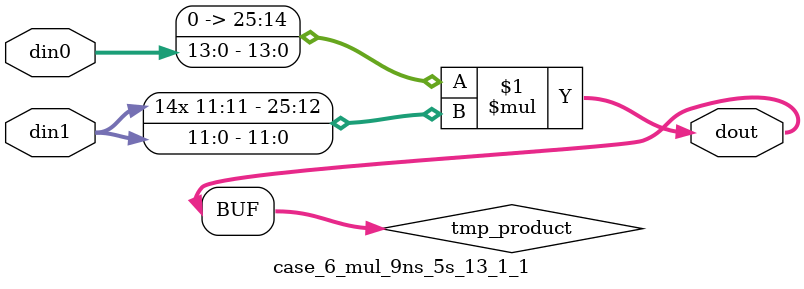
<source format=v>

`timescale 1 ns / 1 ps

 (* use_dsp = "no" *)  module case_6_mul_9ns_5s_13_1_1(din0, din1, dout);
parameter ID = 1;
parameter NUM_STAGE = 0;
parameter din0_WIDTH = 14;
parameter din1_WIDTH = 12;
parameter dout_WIDTH = 26;

input [din0_WIDTH - 1 : 0] din0; 
input [din1_WIDTH - 1 : 0] din1; 
output [dout_WIDTH - 1 : 0] dout;

wire signed [dout_WIDTH - 1 : 0] tmp_product;

























assign tmp_product = $signed({1'b0, din0}) * $signed(din1);










assign dout = tmp_product;





















endmodule

</source>
